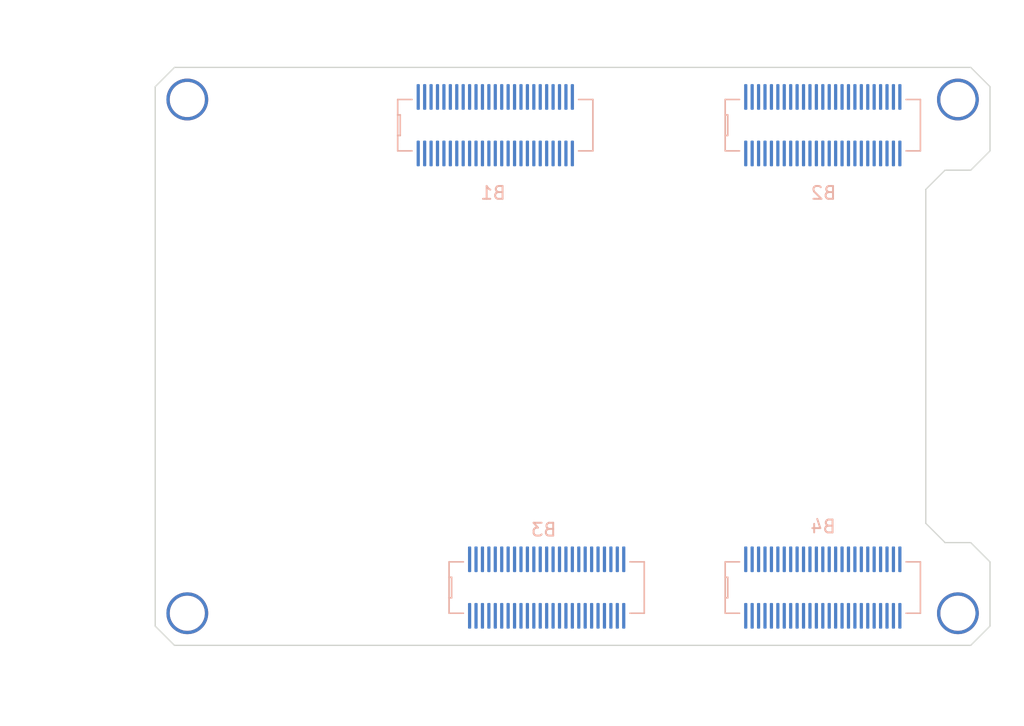
<source format=kicad_pcb>
(kicad_pcb (version 20240108) (generator "pcbnew") (generator_version "8.0")
  (title_block (rev "1"))
  (layers (0 "F.Cu" signal) (31 "B.Cu" signal) (34 "B.Paste" user) (35 "F.Paste" user) (36 "B.SilkS" user "B.Silkscreen") (37 "F.SilkS" user "F.Silkscreen") (38 "B.Mask" user) (39 "F.Mask" user) (44 "Edge.Cuts" user))
  (net 0 "")
  (net 1 "Net-(B1-PadB24)")
  (net 2 "Net-(B1-PadB33)")
  (net 3 "Net-(B1-PadB12)")
  (net 4 "Net-(B1-PadB11)")
  (net 5 "Net-(B1-PadB14)")
  (net 6 "Net-(B1-PadB15)")
  (net 7 "Net-(B1-PadB40)")
  (net 8 "GND")
  (net 9 "Net-(B1-PadB31)")
  (net 10 "Net-(B1-PadB23)")
  (net 11 "Net-(B1-PadB5)")
  (net 12 "Net-(B1-PadB36)")
  (net 13 "Net-(B1-PadB18)")
  (net 14 "Net-(B1-PadB17)")
  (net 15 "Net-(B1-PadB28)")
  (net 16 "Net-(B1-PadB27)")
  (net 17 "Net-(B1-PadB39)")
  (net 18 "Net-(B1-PadB30)")
  (net 19 "Net-(B1-PadB3)")
  (net 20 "Net-(B1-PadB46)")
  (net 21 "Net-(B1-PadB20)")
  (net 22 "Net-(B1-PadB21)")
  (net 23 "Net-(B1-PadB34)")
  (net 24 "Net-(B1-PadB2)")
  (net 25 "Net-(B1-PadB37)")
  (net 26 "Net-(B1-PadB9)")
  (net 27 "Net-(B1-PadB6)")
  (net 28 "Net-(B1-PadB42)")
  (net 29 "Net-(B1-PadB43)")
  (net 30 "Net-(B1-PadB48)")
  (net 31 "Net-(B1-PadB49)")
  (net 32 "Net-(B1-PadB45)")
  (net 33 "Net-(B1-PadB8)")
  (net 34 "+3V3")
  (net 35 "+5V")
  (net 36 "Net-(B2-PadB24)")
  (net 37 "Net-(B2-PadB33)")
  (net 38 "Net-(B2-PadB12)")
  (net 39 "Net-(B2-PadB11)")
  (net 40 "Net-(B2-PadB14)")
  (net 41 "Net-(B2-PadB15)")
  (net 42 "Net-(B2-PadB40)")
  (net 43 "Net-(B2-PadB31)")
  (net 44 "Net-(B2-PadB9)")
  (net 45 "Net-(B2-PadB23)")
  (net 46 "Net-(B2-PadB6)")
  (net 47 "Net-(B2-PadB5)")
  (net 48 "Net-(B2-PadB42)")
  (net 49 "Net-(B2-PadB43)")
  (net 50 "Net-(B2-PadB36)")
  (net 51 "Net-(B2-PadB18)")
  (net 52 "Net-(B2-PadB48)")
  (net 53 "Net-(B2-PadB49)")
  (net 54 "Net-(B2-PadB17)")
  (net 55 "Net-(B2-PadB28)")
  (net 56 "Net-(B2-PadB27)")
  (net 57 "Net-(B2-PadB39)")
  (net 58 "Net-(B2-PadB30)")
  (net 59 "Net-(B2-PadB3)")
  (net 60 "Net-(B2-PadB45)")
  (net 61 "Net-(B2-PadB46)")
  (net 62 "Net-(B2-PadB20)")
  (net 63 "Net-(B2-PadB21)")
  (net 64 "Net-(B2-PadB34)")
  (net 65 "Net-(B2-PadB8)")
  (net 66 "Net-(B2-PadB2)")
  (net 67 "Net-(B2-PadB37)")
  (net 68 "Net-(B3-PadB24)")
  (net 69 "Net-(B3-PadB33)")
  (net 70 "Net-(B3-PadB12)")
  (net 71 "Net-(B3-PadB11)")
  (net 72 "Net-(B3-PadB14)")
  (net 73 "Net-(B3-PadB15)")
  (net 74 "Net-(B3-PadB40)")
  (net 75 "Net-(B3-PadB31)")
  (net 76 "Net-(B3-PadB9)")
  (net 77 "Net-(B3-PadB23)")
  (net 78 "Net-(B3-PadB6)")
  (net 79 "Net-(B3-PadB5)")
  (net 80 "Net-(B3-PadB42)")
  (net 81 "Net-(B3-PadB43)")
  (net 82 "Net-(B3-PadB36)")
  (net 83 "Net-(B3-PadB18)")
  (net 84 "Net-(B3-PadB48)")
  (net 85 "Net-(B3-PadB49)")
  (net 86 "Net-(B3-PadB17)")
  (net 87 "Net-(B3-PadB28)")
  (net 88 "Net-(B3-PadB27)")
  (net 89 "Net-(B3-PadB39)")
  (net 90 "Net-(B3-PadB30)")
  (net 91 "Net-(B3-PadB3)")
  (net 92 "Net-(B3-PadB45)")
  (net 93 "Net-(B3-PadB46)")
  (net 94 "Net-(B3-PadB20)")
  (net 95 "Net-(B3-PadB21)")
  (net 96 "Net-(B3-PadB34)")
  (net 97 "Net-(B3-PadB8)")
  (net 98 "Net-(B3-PadB2)")
  (net 99 "Net-(B3-PadB37)")
  (net 100 "Net-(B4-PadB24)")
  (net 101 "Net-(B4-PadB33)")
  (net 102 "Net-(B4-PadB12)")
  (net 103 "Net-(B4-PadB11)")
  (net 104 "Net-(B4-PadB14)")
  (net 105 "Net-(B4-PadB15)")
  (net 106 "Net-(B4-PadB40)")
  (net 107 "Net-(B4-PadB31)")
  (net 108 "Net-(B4-PadB9)")
  (net 109 "Net-(B4-PadB23)")
  (net 110 "Net-(B4-PadB6)")
  (net 111 "Net-(B4-PadB5)")
  (net 112 "Net-(B4-PadB42)")
  (net 113 "Net-(B4-PadB43)")
  (net 114 "Net-(B4-PadB36)")
  (net 115 "Net-(B4-PadB18)")
  (net 116 "Net-(B4-PadB48)")
  (net 117 "Net-(B4-PadB49)")
  (net 118 "Net-(B4-PadB17)")
  (net 119 "Net-(B4-PadB28)")
  (net 120 "Net-(B4-PadB27)")
  (net 121 "Net-(B4-PadB39)")
  (net 122 "Net-(B4-PadB30)")
  (net 123 "Net-(B4-PadB3)")
  (net 124 "Net-(B4-PadB45)")
  (net 125 "Net-(B4-PadB46)")
  (net 126 "Net-(B4-PadB20)")
  (net 127 "Net-(B4-PadB21)")
  (net 128 "Net-(B4-PadB34)")
  (net 129 "Net-(B4-PadB8)")
  (net 130 "Net-(B4-PadB2)")
  (net 131 "Net-(B4-PadB1)")
  (net 132 "Net-(B4-PadB37)")
  (footprint "Alchitry_Au:2m2ThroughHole" (layer "F.Cu") (at 92.5 61)
    (property "Reference" "H2" (hide yes))
    (property "Value" "MountingHole")
    (fp_circle (center 0 0) (end 1.5 0) (stroke (width 0.254)) (fill none) (layer "F.Cu"))
    (fp_circle (center 0 0) (end 1.5 0) (stroke (width 0.254)) (fill none) (layer "B.Cu"))
    (pad "" np_thru_hole circle (at 0 0) (size 2.2 2.2) (drill 2.2) (layers "*.Cu" "*.Mask"))
  )
  (footprint "Alchitry_Au:2m2ThroughHole" (layer "F.Cu") (at 32.5 61)
    (property "Reference" "H4" (hide yes))
    (property "Value" "MountingHole")
    (fp_circle (center 0 0) (end 1.5 0) (stroke (width 0.254)) (fill none) (layer "F.Cu"))
    (fp_circle (center 0 0) (end 1.5 0) (stroke (width 0.254)) (fill none) (layer "B.Cu"))
    (pad "" np_thru_hole circle (at 0 0) (size 2.2 2.2) (drill 2.2) (layers "*.Cu" "*.Mask"))
  )
  (footprint "Alchitry_Au:2m2ThroughHole" (layer "F.Cu") (at 92.5 21)
    (property "Reference" "H3" (hide yes))
    (property "Value" "MountingHole")
    (fp_circle (center 0 0) (end 1.5 0) (stroke (width 0.254)) (fill none) (layer "F.Cu"))
    (fp_circle (center 0 0) (end 1.5 0) (stroke (width 0.254)) (fill none) (layer "B.Cu"))
    (pad "" np_thru_hole circle (at 0 0) (size 2.2 2.2) (drill 2.2) (layers "*.Cu" "*.Mask"))
  )
  (footprint "Alchitry_Au:Alchitry_Conn" (layer "F.Cu") (at 56.5 23)
    (property "Reference" "B1" (at -0.1929 5.2768 0) (layer "B.SilkS") (effects (justify mirror)))
    (property "Value" "Alchitry_Shield")
    (fp_line (start -7.62 -2) (end -6.5 -2) (stroke (width 0.12)) (layer "B.SilkS"))
    (fp_line (start -7.62 -0.8) (end -7.62 -2) (stroke (width 0.127)) (layer "B.SilkS"))
    (fp_line (start -7.62 -0.8) (end -7.42 -0.8) (stroke (width 0.127)) (layer "B.SilkS"))
    (fp_line (start -7.62 0.8) (end -7.62 -0.8) (stroke (width 0.127)) (layer "B.SilkS"))
    (fp_line (start -7.62 2) (end -7.62 0.8) (stroke (width 0.127)) (layer "B.SilkS"))
    (fp_line (start -7.62 2) (end -6.5 2) (stroke (width 0.12)) (layer "B.SilkS"))
    (fp_line (start -7.42 0.8) (end -7.62 0.8) (stroke (width 0.127)) (layer "B.SilkS"))
    (fp_line (start -7.42 0.8) (end -7.42 -0.8) (stroke (width 0.127)) (layer "B.SilkS"))
    (fp_line (start 6.46 -2) (end 7.58 -2) (stroke (width 0.12)) (layer "B.SilkS"))
    (fp_line (start 6.46 2) (end 7.58 2) (stroke (width 0.12)) (layer "B.SilkS"))
    (fp_line (start 7.58 -2) (end 7.58 2) (stroke (width 0.127)) (layer "B.SilkS"))
    (pad "" np_thru_hole circle (at -6.95 1.25) (size 0.6 0.6) (drill 0.6) (layers "*.Cu" "*.Mask"))
    (pad "" np_thru_hole circle (at 6.95 1.25) (size 0.6 0.6) (drill 0.6) (layers "*.Cu" "*.Mask"))
    (pad "B1" smd roundrect (at -6.02 2.2 90) (size 2 0.25) (layers "B.Cu" "B.Paste" "B.Mask") (net 35 "+5V"))
    (pad "B2" smd roundrect (at -5.52 2.2 90) (size 2 0.25) (layers "B.Cu" "B.Paste" "B.Mask") (net 24 "Net-(B1-PadB2)"))
    (pad "B3" smd roundrect (at -5.02 2.2 90) (size 2 0.25) (layers "B.Cu" "B.Paste" "B.Mask") (net 19 "Net-(B1-PadB3)"))
    (pad "B4" smd roundrect (at -4.52 2.2 90) (size 2 0.25) (layers "B.Cu" "B.Paste" "B.Mask") (net 8 "GND"))
    (pad "B5" smd roundrect (at -4.02 2.2 90) (size 2 0.25) (layers "B.Cu" "B.Paste" "B.Mask") (net 11 "Net-(B1-PadB5)"))
    (pad "B6" smd roundrect (at -3.52 2.2 90) (size 2 0.25) (layers "B.Cu" "B.Paste" "B.Mask") (net 27 "Net-(B1-PadB6)"))
    (pad "B7" smd roundrect (at -3.02 2.2 90) (size 2 0.25) (layers "B.Cu" "B.Paste" "B.Mask") (net 34 "+3V3"))
    (pad "B8" smd roundrect (at -2.52 2.2 90) (size 2 0.25) (layers "B.Cu" "B.Paste" "B.Mask") (net 33 "Net-(B1-PadB8)"))
    (pad "B9" smd roundrect (at -2.02 2.2 90) (size 2 0.25) (layers "B.Cu" "B.Paste" "B.Mask") (net 26 "Net-(B1-PadB9)"))
    (pad "B10" smd roundrect (at -1.52 2.2 90) (size 2 0.25) (layers "B.Cu" "B.Paste" "B.Mask") (net 8 "GND"))
    (pad "B11" smd roundrect (at -1.02 2.2 90) (size 2 0.25) (layers "B.Cu" "B.Paste" "B.Mask") (net 4 "Net-(B1-PadB11)"))
    (pad "B12" smd roundrect (at -0.52 2.2 90) (size 2 0.25) (layers "B.Cu" "B.Paste" "B.Mask") (net 3 "Net-(B1-PadB12)"))
    (pad "B13" smd roundrect (at -0.02 2.2 90) (size 2 0.25) (layers "B.Cu" "B.Paste" "B.Mask") (net 34 "+3V3"))
    (pad "B14" smd roundrect (at 0.48 2.2 90) (size 2 0.25) (layers "B.Cu" "B.Paste" "B.Mask") (net 5 "Net-(B1-PadB14)"))
    (pad "B15" smd roundrect (at 0.98 2.2 90) (size 2 0.25) (layers "B.Cu" "B.Paste" "B.Mask") (net 6 "Net-(B1-PadB15)"))
    (pad "B16" smd roundrect (at 1.48 2.2 90) (size 2 0.25) (layers "B.Cu" "B.Paste" "B.Mask") (net 8 "GND"))
    (pad "B17" smd roundrect (at 1.98 2.2 90) (size 2 0.25) (layers "B.Cu" "B.Paste" "B.Mask") (net 14 "Net-(B1-PadB17)"))
    (pad "B18" smd roundrect (at 2.48 2.2 90) (size 2 0.25) (layers "B.Cu" "B.Paste" "B.Mask") (net 13 "Net-(B1-PadB18)"))
    (pad "B19" smd roundrect (at 2.98 2.2 90) (size 2 0.25) (layers "B.Cu" "B.Paste" "B.Mask") (net 34 "+3V3"))
    (pad "B20" smd roundrect (at 3.48 2.2 90) (size 2 0.25) (layers "B.Cu" "B.Paste" "B.Mask") (net 21 "Net-(B1-PadB20)"))
    (pad "B21" smd roundrect (at 3.98 2.2 90) (size 2 0.25) (layers "B.Cu" "B.Paste" "B.Mask") (net 22 "Net-(B1-PadB21)"))
    (pad "B22" smd roundrect (at 4.48 2.2 90) (size 2 0.25) (layers "B.Cu" "B.Paste" "B.Mask") (net 8 "GND"))
    (pad "B23" smd roundrect (at 4.98 2.2 90) (size 2 0.25) (layers "B.Cu" "B.Paste" "B.Mask") (net 10 "Net-(B1-PadB23)"))
    (pad "B24" smd roundrect (at 5.48 2.2 90) (size 2 0.25) (layers "B.Cu" "B.Paste" "B.Mask") (net 1 "Net-(B1-PadB24)"))
    (pad "B25" smd roundrect (at 5.98 2.2 90) (size 2 0.25) (layers "B.Cu" "B.Paste" "B.Mask") (net 34 "+3V3"))
    (pad "B26" smd roundrect (at 5.98 -2.2 90) (size 2 0.25) (layers "B.Cu" "B.Paste" "B.Mask") (net 34 "+3V3"))
    (pad "B27" smd roundrect (at 5.48 -2.2 90) (size 2 0.25) (layers "B.Cu" "B.Paste" "B.Mask") (net 16 "Net-(B1-PadB27)"))
    (pad "B28" smd roundrect (at 4.98 -2.2 90) (size 2 0.25) (layers "B.Cu" "B.Paste" "B.Mask") (net 15 "Net-(B1-PadB28)"))
    (pad "B29" smd roundrect (at 4.48 -2.2 90) (size 2 0.25) (layers "B.Cu" "B.Paste" "B.Mask") (net 8 "GND"))
    (pad "B30" smd roundrect (at 3.98 -2.2 90) (size 2 0.25) (layers "B.Cu" "B.Paste" "B.Mask") (net 18 "Net-(B1-PadB30)"))
    (pad "B31" smd roundrect (at 3.48 -2.2 90) (size 2 0.25) (layers "B.Cu" "B.Paste" "B.Mask") (net 9 "Net-(B1-PadB31)"))
    (pad "B32" smd roundrect (at 2.98 -2.2 90) (size 2 0.25) (layers "B.Cu" "B.Paste" "B.Mask") (net 34 "+3V3"))
    (pad "B33" smd roundrect (at 2.48 -2.2 90) (size 2 0.25) (layers "B.Cu" "B.Paste" "B.Mask") (net 2 "Net-(B1-PadB33)"))
    (pad "B34" smd roundrect (at 1.98 -2.2 90) (size 2 0.25) (layers "B.Cu" "B.Paste" "B.Mask") (net 23 "Net-(B1-PadB34)"))
    (pad "B35" smd roundrect (at 1.48 -2.2 90) (size 2 0.25) (layers "B.Cu" "B.Paste" "B.Mask") (net 8 "GND"))
    (pad "B36" smd roundrect (at 0.98 -2.2 90) (size 2 0.25) (layers "B.Cu" "B.Paste" "B.Mask") (net 12 "Net-(B1-PadB36)"))
    (pad "B37" smd roundrect (at 0.48 -2.2 90) (size 2 0.25) (layers "B.Cu" "B.Paste" "B.Mask") (net 25 "Net-(B1-PadB37)"))
    (pad "B38" smd roundrect (at -0.02 -2.2 90) (size 2 0.25) (layers "B.Cu" "B.Paste" "B.Mask") (net 34 "+3V3"))
    (pad "B39" smd roundrect (at -0.52 -2.2 90) (size 2 0.25) (layers "B.Cu" "B.Paste" "B.Mask") (net 17 "Net-(B1-PadB39)"))
    (pad "B40" smd roundrect (at -1.02 -2.2 90) (size 2 0.25) (layers "B.Cu" "B.Paste" "B.Mask") (net 7 "Net-(B1-PadB40)"))
    (pad "B41" smd roundrect (at -1.52 -2.2 90) (size 2 0.25) (layers "B.Cu" "B.Paste" "B.Mask") (net 8 "GND"))
    (pad "B42" smd roundrect (at -2.02 -2.2 90) (size 2 0.25) (layers "B.Cu" "B.Paste" "B.Mask") (net 28 "Net-(B1-PadB42)"))
    (pad "B43" smd roundrect (at -2.52 -2.2 90) (size 2 0.25) (layers "B.Cu" "B.Paste" "B.Mask") (net 29 "Net-(B1-PadB43)"))
    (pad "B44" smd roundrect (at -3.02 -2.2 90) (size 2 0.25) (layers "B.Cu" "B.Paste" "B.Mask") (net 34 "+3V3"))
    (pad "B45" smd roundrect (at -3.52 -2.2 90) (size 2 0.25) (layers "B.Cu" "B.Paste" "B.Mask") (net 32 "Net-(B1-PadB45)"))
    (pad "B46" smd roundrect (at -4.02 -2.2 90) (size 2 0.25) (layers "B.Cu" "B.Paste" "B.Mask") (net 20 "Net-(B1-PadB46)"))
    (pad "B47" smd roundrect (at -4.52 -2.2 90) (size 2 0.25) (layers "B.Cu" "B.Paste" "B.Mask") (net 8 "GND"))
    (pad "B48" smd roundrect (at -5.02 -2.2 90) (size 2 0.25) (layers "B.Cu" "B.Paste" "B.Mask") (net 30 "Net-(B1-PadB48)"))
    (pad "B49" smd roundrect (at -5.52 -2.2 90) (size 2 0.25) (layers "B.Cu" "B.Paste" "B.Mask") (net 31 "Net-(B1-PadB49)"))
    (pad "B50" smd roundrect (at -6.02 -2.2 90) (size 2 0.25) (layers "B.Cu" "B.Paste" "B.Mask") (net 35 "+5V"))
  )
  (footprint "Alchitry_Au:2m2ThroughHole" (layer "F.Cu") (at 32.5 21)
    (property "Reference" "H1" (hide yes))
    (property "Value" "MountingHole")
    (fp_circle (center 0 0) (end 1.5 0) (stroke (width 0.254)) (fill none) (layer "F.Cu"))
    (fp_circle (center 0 0) (end 1.5 0) (stroke (width 0.254)) (fill none) (layer "B.Cu"))
    (pad "" np_thru_hole circle (at 0 0) (size 2.2 2.2) (drill 2.2) (layers "*.Cu" "*.Mask"))
  )
  (footprint "Alchitry_Au:Alchitry_Conn" (layer "F.Cu") (at 82 23)
    (property "Reference" "B2" (at 0.0373 5.2768 0) (layer "B.SilkS") (effects (justify mirror)))
    (property "Value" "Alchitry_Shield")
    (fp_line (start -7.62 -2) (end -6.5 -2) (stroke (width 0.12)) (layer "B.SilkS"))
    (fp_line (start -7.62 -0.8) (end -7.62 -2) (stroke (width 0.127)) (layer "B.SilkS"))
    (fp_line (start -7.62 -0.8) (end -7.42 -0.8) (stroke (width 0.127)) (layer "B.SilkS"))
    (fp_line (start -7.62 0.8) (end -7.62 -0.8) (stroke (width 0.127)) (layer "B.SilkS"))
    (fp_line (start -7.62 2) (end -7.62 0.8) (stroke (width 0.127)) (layer "B.SilkS"))
    (fp_line (start -7.62 2) (end -6.5 2) (stroke (width 0.12)) (layer "B.SilkS"))
    (fp_line (start -7.42 0.8) (end -7.62 0.8) (stroke (width 0.127)) (layer "B.SilkS"))
    (fp_line (start -7.42 0.8) (end -7.42 -0.8) (stroke (width 0.127)) (layer "B.SilkS"))
    (fp_line (start 6.46 -2) (end 7.58 -2) (stroke (width 0.12)) (layer "B.SilkS"))
    (fp_line (start 6.46 2) (end 7.58 2) (stroke (width 0.12)) (layer "B.SilkS"))
    (fp_line (start 7.58 -2) (end 7.58 2) (stroke (width 0.127)) (layer "B.SilkS"))
    (pad "" np_thru_hole circle (at -6.95 1.25) (size 0.6 0.6) (drill 0.6) (layers "*.Cu" "*.Mask"))
    (pad "" np_thru_hole circle (at 6.95 1.25) (size 0.6 0.6) (drill 0.6) (layers "*.Cu" "*.Mask"))
    (pad "B1" smd roundrect (at -6.02 2.2 90) (size 2 0.25) (layers "B.Cu" "B.Paste" "B.Mask") (net 35 "+5V"))
    (pad "B2" smd roundrect (at -5.52 2.2 90) (size 2 0.25) (layers "B.Cu" "B.Paste" "B.Mask") (net 66 "Net-(B2-PadB2)"))
    (pad "B3" smd roundrect (at -5.02 2.2 90) (size 2 0.25) (layers "B.Cu" "B.Paste" "B.Mask") (net 59 "Net-(B2-PadB3)"))
    (pad "B4" smd roundrect (at -4.52 2.2 90) (size 2 0.25) (layers "B.Cu" "B.Paste" "B.Mask") (net 8 "GND"))
    (pad "B5" smd roundrect (at -4.02 2.2 90) (size 2 0.25) (layers "B.Cu" "B.Paste" "B.Mask") (net 47 "Net-(B2-PadB5)"))
    (pad "B6" smd roundrect (at -3.52 2.2 90) (size 2 0.25) (layers "B.Cu" "B.Paste" "B.Mask") (net 46 "Net-(B2-PadB6)"))
    (pad "B7" smd roundrect (at -3.02 2.2 90) (size 2 0.25) (layers "B.Cu" "B.Paste" "B.Mask") (net 34 "+3V3"))
    (pad "B8" smd roundrect (at -2.52 2.2 90) (size 2 0.25) (layers "B.Cu" "B.Paste" "B.Mask") (net 65 "Net-(B2-PadB8)"))
    (pad "B9" smd roundrect (at -2.02 2.2 90) (size 2 0.25) (layers "B.Cu" "B.Paste" "B.Mask") (net 44 "Net-(B2-PadB9)"))
    (pad "B10" smd roundrect (at -1.52 2.2 90) (size 2 0.25) (layers "B.Cu" "B.Paste" "B.Mask") (net 8 "GND"))
    (pad "B11" smd roundrect (at -1.02 2.2 90) (size 2 0.25) (layers "B.Cu" "B.Paste" "B.Mask") (net 39 "Net-(B2-PadB11)"))
    (pad "B12" smd roundrect (at -0.52 2.2 90) (size 2 0.25) (layers "B.Cu" "B.Paste" "B.Mask") (net 38 "Net-(B2-PadB12)"))
    (pad "B13" smd roundrect (at -0.02 2.2 90) (size 2 0.25) (layers "B.Cu" "B.Paste" "B.Mask") (net 34 "+3V3"))
    (pad "B14" smd roundrect (at 0.48 2.2 90) (size 2 0.25) (layers "B.Cu" "B.Paste" "B.Mask") (net 40 "Net-(B2-PadB14)"))
    (pad "B15" smd roundrect (at 0.98 2.2 90) (size 2 0.25) (layers "B.Cu" "B.Paste" "B.Mask") (net 41 "Net-(B2-PadB15)"))
    (pad "B16" smd roundrect (at 1.48 2.2 90) (size 2 0.25) (layers "B.Cu" "B.Paste" "B.Mask") (net 8 "GND"))
    (pad "B17" smd roundrect (at 1.98 2.2 90) (size 2 0.25) (layers "B.Cu" "B.Paste" "B.Mask") (net 54 "Net-(B2-PadB17)"))
    (pad "B18" smd roundrect (at 2.48 2.2 90) (size 2 0.25) (layers "B.Cu" "B.Paste" "B.Mask") (net 51 "Net-(B2-PadB18)"))
    (pad "B19" smd roundrect (at 2.98 2.2 90) (size 2 0.25) (layers "B.Cu" "B.Paste" "B.Mask") (net 34 "+3V3"))
    (pad "B20" smd roundrect (at 3.48 2.2 90) (size 2 0.25) (layers "B.Cu" "B.Paste" "B.Mask") (net 62 "Net-(B2-PadB20)"))
    (pad "B21" smd roundrect (at 3.98 2.2 90) (size 2 0.25) (layers "B.Cu" "B.Paste" "B.Mask") (net 63 "Net-(B2-PadB21)"))
    (pad "B22" smd roundrect (at 4.48 2.2 90) (size 2 0.25) (layers "B.Cu" "B.Paste" "B.Mask") (net 8 "GND"))
    (pad "B23" smd roundrect (at 4.98 2.2 90) (size 2 0.25) (layers "B.Cu" "B.Paste" "B.Mask") (net 45 "Net-(B2-PadB23)"))
    (pad "B24" smd roundrect (at 5.48 2.2 90) (size 2 0.25) (layers "B.Cu" "B.Paste" "B.Mask") (net 36 "Net-(B2-PadB24)"))
    (pad "B25" smd roundrect (at 5.98 2.2 90) (size 2 0.25) (layers "B.Cu" "B.Paste" "B.Mask") (net 34 "+3V3"))
    (pad "B26" smd roundrect (at 5.98 -2.2 90) (size 2 0.25) (layers "B.Cu" "B.Paste" "B.Mask") (net 34 "+3V3"))
    (pad "B27" smd roundrect (at 5.48 -2.2 90) (size 2 0.25) (layers "B.Cu" "B.Paste" "B.Mask") (net 56 "Net-(B2-PadB27)"))
    (pad "B28" smd roundrect (at 4.98 -2.2 90) (size 2 0.25) (layers "B.Cu" "B.Paste" "B.Mask") (net 55 "Net-(B2-PadB28)"))
    (pad "B29" smd roundrect (at 4.48 -2.2 90) (size 2 0.25) (layers "B.Cu" "B.Paste" "B.Mask") (net 8 "GND"))
    (pad "B30" smd roundrect (at 3.98 -2.2 90) (size 2 0.25) (layers "B.Cu" "B.Paste" "B.Mask") (net 58 "Net-(B2-PadB30)"))
    (pad "B31" smd roundrect (at 3.48 -2.2 90) (size 2 0.25) (layers "B.Cu" "B.Paste" "B.Mask") (net 43 "Net-(B2-PadB31)"))
    (pad "B32" smd roundrect (at 2.98 -2.2 90) (size 2 0.25) (layers "B.Cu" "B.Paste" "B.Mask") (net 34 "+3V3"))
    (pad "B33" smd roundrect (at 2.48 -2.2 90) (size 2 0.25) (layers "B.Cu" "B.Paste" "B.Mask") (net 37 "Net-(B2-PadB33)"))
    (pad "B34" smd roundrect (at 1.98 -2.2 90) (size 2 0.25) (layers "B.Cu" "B.Paste" "B.Mask") (net 64 "Net-(B2-PadB34)"))
    (pad "B35" smd roundrect (at 1.48 -2.2 90) (size 2 0.25) (layers "B.Cu" "B.Paste" "B.Mask") (net 8 "GND"))
    (pad "B36" smd roundrect (at 0.98 -2.2 90) (size 2 0.25) (layers "B.Cu" "B.Paste" "B.Mask") (net 50 "Net-(B2-PadB36)"))
    (pad "B37" smd roundrect (at 0.48 -2.2 90) (size 2 0.25) (layers "B.Cu" "B.Paste" "B.Mask") (net 67 "Net-(B2-PadB37)"))
    (pad "B38" smd roundrect (at -0.02 -2.2 90) (size 2 0.25) (layers "B.Cu" "B.Paste" "B.Mask") (net 34 "+3V3"))
    (pad "B39" smd roundrect (at -0.52 -2.2 90) (size 2 0.25) (layers "B.Cu" "B.Paste" "B.Mask") (net 57 "Net-(B2-PadB39)"))
    (pad "B40" smd roundrect (at -1.02 -2.2 90) (size 2 0.25) (layers "B.Cu" "B.Paste" "B.Mask") (net 42 "Net-(B2-PadB40)"))
    (pad "B41" smd roundrect (at -1.52 -2.2 90) (size 2 0.25) (layers "B.Cu" "B.Paste" "B.Mask") (net 8 "GND"))
    (pad "B42" smd roundrect (at -2.02 -2.2 90) (size 2 0.25) (layers "B.Cu" "B.Paste" "B.Mask") (net 48 "Net-(B2-PadB42)"))
    (pad "B43" smd roundrect (at -2.52 -2.2 90) (size 2 0.25) (layers "B.Cu" "B.Paste" "B.Mask") (net 49 "Net-(B2-PadB43)"))
    (pad "B44" smd roundrect (at -3.02 -2.2 90) (size 2 0.25) (layers "B.Cu" "B.Paste" "B.Mask") (net 34 "+3V3"))
    (pad "B45" smd roundrect (at -3.52 -2.2 90) (size 2 0.25) (layers "B.Cu" "B.Paste" "B.Mask") (net 60 "Net-(B2-PadB45)"))
    (pad "B46" smd roundrect (at -4.02 -2.2 90) (size 2 0.25) (layers "B.Cu" "B.Paste" "B.Mask") (net 61 "Net-(B2-PadB46)"))
    (pad "B47" smd roundrect (at -4.52 -2.2 90) (size 2 0.25) (layers "B.Cu" "B.Paste" "B.Mask") (net 8 "GND"))
    (pad "B48" smd roundrect (at -5.02 -2.2 90) (size 2 0.25) (layers "B.Cu" "B.Paste" "B.Mask") (net 52 "Net-(B2-PadB48)"))
    (pad "B49" smd roundrect (at -5.52 -2.2 90) (size 2 0.25) (layers "B.Cu" "B.Paste" "B.Mask") (net 53 "Net-(B2-PadB49)"))
    (pad "B50" smd roundrect (at -6.02 -2.2 90) (size 2 0.25) (layers "B.Cu" "B.Paste" "B.Mask") (net 35 "+5V"))
  )
  (footprint "Alchitry_Au:Alchitry_Conn" (layer "F.Cu") (at 60.5 59)
    (property "Reference" "B3" (at -0.25 -4.5 0) (layer "B.SilkS") (effects (justify mirror)))
    (property "Value" "Alchitry_Shield")
    (fp_line (start -7.62 -2) (end -6.5 -2) (stroke (width 0.12)) (layer "B.SilkS"))
    (fp_line (start -7.62 -0.8) (end -7.62 -2) (stroke (width 0.127)) (layer "B.SilkS"))
    (fp_line (start -7.62 -0.8) (end -7.42 -0.8) (stroke (width 0.127)) (layer "B.SilkS"))
    (fp_line (start -7.62 0.8) (end -7.62 -0.8) (stroke (width 0.127)) (layer "B.SilkS"))
    (fp_line (start -7.62 2) (end -7.62 0.8) (stroke (width 0.127)) (layer "B.SilkS"))
    (fp_line (start -7.62 2) (end -6.5 2) (stroke (width 0.12)) (layer "B.SilkS"))
    (fp_line (start -7.42 0.8) (end -7.62 0.8) (stroke (width 0.127)) (layer "B.SilkS"))
    (fp_line (start -7.42 0.8) (end -7.42 -0.8) (stroke (width 0.127)) (layer "B.SilkS"))
    (fp_line (start 6.46 -2) (end 7.58 -2) (stroke (width 0.12)) (layer "B.SilkS"))
    (fp_line (start 6.46 2) (end 7.58 2) (stroke (width 0.12)) (layer "B.SilkS"))
    (fp_line (start 7.58 -2) (end 7.58 2) (stroke (width 0.127)) (layer "B.SilkS"))
    (pad "" np_thru_hole circle (at -6.95 1.25) (size 0.6 0.6) (drill 0.6) (layers "*.Cu" "*.Mask"))
    (pad "" np_thru_hole circle (at 6.95 1.25) (size 0.6 0.6) (drill 0.6) (layers "*.Cu" "*.Mask"))
    (pad "B1" smd roundrect (at -6.02 2.2 90) (size 2 0.25) (layers "B.Cu" "B.Paste" "B.Mask") (net 35 "+5V"))
    (pad "B2" smd roundrect (at -5.52 2.2 90) (size 2 0.25) (layers "B.Cu" "B.Paste" "B.Mask") (net 98 "Net-(B3-PadB2)"))
    (pad "B3" smd roundrect (at -5.02 2.2 90) (size 2 0.25) (layers "B.Cu" "B.Paste" "B.Mask") (net 91 "Net-(B3-PadB3)"))
    (pad "B4" smd roundrect (at -4.52 2.2 90) (size 2 0.25) (layers "B.Cu" "B.Paste" "B.Mask") (net 8 "GND"))
    (pad "B5" smd roundrect (at -4.02 2.2 90) (size 2 0.25) (layers "B.Cu" "B.Paste" "B.Mask") (net 79 "Net-(B3-PadB5)"))
    (pad "B6" smd roundrect (at -3.52 2.2 90) (size 2 0.25) (layers "B.Cu" "B.Paste" "B.Mask") (net 78 "Net-(B3-PadB6)"))
    (pad "B7" smd roundrect (at -3.02 2.2 90) (size 2 0.25) (layers "B.Cu" "B.Paste" "B.Mask") (net 34 "+3V3"))
    (pad "B8" smd roundrect (at -2.52 2.2 90) (size 2 0.25) (layers "B.Cu" "B.Paste" "B.Mask") (net 97 "Net-(B3-PadB8)"))
    (pad "B9" smd roundrect (at -2.02 2.2 90) (size 2 0.25) (layers "B.Cu" "B.Paste" "B.Mask") (net 76 "Net-(B3-PadB9)"))
    (pad "B10" smd roundrect (at -1.52 2.2 90) (size 2 0.25) (layers "B.Cu" "B.Paste" "B.Mask") (net 8 "GND"))
    (pad "B11" smd roundrect (at -1.02 2.2 90) (size 2 0.25) (layers "B.Cu" "B.Paste" "B.Mask") (net 71 "Net-(B3-PadB11)"))
    (pad "B12" smd roundrect (at -0.52 2.2 90) (size 2 0.25) (layers "B.Cu" "B.Paste" "B.Mask") (net 70 "Net-(B3-PadB12)"))
    (pad "B13" smd roundrect (at -0.02 2.2 90) (size 2 0.25) (layers "B.Cu" "B.Paste" "B.Mask") (net 34 "+3V3"))
    (pad "B14" smd roundrect (at 0.48 2.2 90) (size 2 0.25) (layers "B.Cu" "B.Paste" "B.Mask") (net 72 "Net-(B3-PadB14)"))
    (pad "B15" smd roundrect (at 0.98 2.2 90) (size 2 0.25) (layers "B.Cu" "B.Paste" "B.Mask") (net 73 "Net-(B3-PadB15)"))
    (pad "B16" smd roundrect (at 1.48 2.2 90) (size 2 0.25) (layers "B.Cu" "B.Paste" "B.Mask") (net 8 "GND"))
    (pad "B17" smd roundrect (at 1.98 2.2 90) (size 2 0.25) (layers "B.Cu" "B.Paste" "B.Mask") (net 86 "Net-(B3-PadB17)"))
    (pad "B18" smd roundrect (at 2.48 2.2 90) (size 2 0.25) (layers "B.Cu" "B.Paste" "B.Mask") (net 83 "Net-(B3-PadB18)"))
    (pad "B19" smd roundrect (at 2.98 2.2 90) (size 2 0.25) (layers "B.Cu" "B.Paste" "B.Mask") (net 34 "+3V3"))
    (pad "B20" smd roundrect (at 3.48 2.2 90) (size 2 0.25) (layers "B.Cu" "B.Paste" "B.Mask") (net 94 "Net-(B3-PadB20)"))
    (pad "B21" smd roundrect (at 3.98 2.2 90) (size 2 0.25) (layers "B.Cu" "B.Paste" "B.Mask") (net 95 "Net-(B3-PadB21)"))
    (pad "B22" smd roundrect (at 4.48 2.2 90) (size 2 0.25) (layers "B.Cu" "B.Paste" "B.Mask") (net 8 "GND"))
    (pad "B23" smd roundrect (at 4.98 2.2 90) (size 2 0.25) (layers "B.Cu" "B.Paste" "B.Mask") (net 77 "Net-(B3-PadB23)"))
    (pad "B24" smd roundrect (at 5.48 2.2 90) (size 2 0.25) (layers "B.Cu" "B.Paste" "B.Mask") (net 68 "Net-(B3-PadB24)"))
    (pad "B25" smd roundrect (at 5.98 2.2 90) (size 2 0.25) (layers "B.Cu" "B.Paste" "B.Mask") (net 34 "+3V3"))
    (pad "B26" smd roundrect (at 5.98 -2.2 90) (size 2 0.25) (layers "B.Cu" "B.Paste" "B.Mask") (net 34 "+3V3"))
    (pad "B27" smd roundrect (at 5.48 -2.2 90) (size 2 0.25) (layers "B.Cu" "B.Paste" "B.Mask") (net 88 "Net-(B3-PadB27)"))
    (pad "B28" smd roundrect (at 4.98 -2.2 90) (size 2 0.25) (layers "B.Cu" "B.Paste" "B.Mask") (net 87 "Net-(B3-PadB28)"))
    (pad "B29" smd roundrect (at 4.48 -2.2 90) (size 2 0.25) (layers "B.Cu" "B.Paste" "B.Mask") (net 8 "GND"))
    (pad "B30" smd roundrect (at 3.98 -2.2 90) (size 2 0.25) (layers "B.Cu" "B.Paste" "B.Mask") (net 90 "Net-(B3-PadB30)"))
    (pad "B31" smd roundrect (at 3.48 -2.2 90) (size 2 0.25) (layers "B.Cu" "B.Paste" "B.Mask") (net 75 "Net-(B3-PadB31)"))
    (pad "B32" smd roundrect (at 2.98 -2.2 90) (size 2 0.25) (layers "B.Cu" "B.Paste" "B.Mask") (net 34 "+3V3"))
    (pad "B33" smd roundrect (at 2.48 -2.2 90) (size 2 0.25) (layers "B.Cu" "B.Paste" "B.Mask") (net 69 "Net-(B3-PadB33)"))
    (pad "B34" smd roundrect (at 1.98 -2.2 90) (size 2 0.25) (layers "B.Cu" "B.Paste" "B.Mask") (net 96 "Net-(B3-PadB34)"))
    (pad "B35" smd roundrect (at 1.48 -2.2 90) (size 2 0.25) (layers "B.Cu" "B.Paste" "B.Mask") (net 8 "GND"))
    (pad "B36" smd roundrect (at 0.98 -2.2 90) (size 2 0.25) (layers "B.Cu" "B.Paste" "B.Mask") (net 82 "Net-(B3-PadB36)"))
    (pad "B37" smd roundrect (at 0.48 -2.2 90) (size 2 0.25) (layers "B.Cu" "B.Paste" "B.Mask") (net 99 "Net-(B3-PadB37)"))
    (pad "B38" smd roundrect (at -0.02 -2.2 90) (size 2 0.25) (layers "B.Cu" "B.Paste" "B.Mask") (net 34 "+3V3"))
    (pad "B39" smd roundrect (at -0.52 -2.2 90) (size 2 0.25) (layers "B.Cu" "B.Paste" "B.Mask") (net 89 "Net-(B3-PadB39)"))
    (pad "B40" smd roundrect (at -1.02 -2.2 90) (size 2 0.25) (layers "B.Cu" "B.Paste" "B.Mask") (net 74 "Net-(B3-PadB40)"))
    (pad "B41" smd roundrect (at -1.52 -2.2 90) (size 2 0.25) (layers "B.Cu" "B.Paste" "B.Mask") (net 8 "GND"))
    (pad "B42" smd roundrect (at -2.02 -2.2 90) (size 2 0.25) (layers "B.Cu" "B.Paste" "B.Mask") (net 80 "Net-(B3-PadB42)"))
    (pad "B43" smd roundrect (at -2.52 -2.2 90) (size 2 0.25) (layers "B.Cu" "B.Paste" "B.Mask") (net 81 "Net-(B3-PadB43)"))
    (pad "B44" smd roundrect (at -3.02 -2.2 90) (size 2 0.25) (layers "B.Cu" "B.Paste" "B.Mask") (net 34 "+3V3"))
    (pad "B45" smd roundrect (at -3.52 -2.2 90) (size 2 0.25) (layers "B.Cu" "B.Paste" "B.Mask") (net 92 "Net-(B3-PadB45)"))
    (pad "B46" smd roundrect (at -4.02 -2.2 90) (size 2 0.25) (layers "B.Cu" "B.Paste" "B.Mask") (net 93 "Net-(B3-PadB46)"))
    (pad "B47" smd roundrect (at -4.52 -2.2 90) (size 2 0.25) (layers "B.Cu" "B.Paste" "B.Mask") (net 8 "GND"))
    (pad "B48" smd roundrect (at -5.02 -2.2 90) (size 2 0.25) (layers "B.Cu" "B.Paste" "B.Mask") (net 84 "Net-(B3-PadB48)"))
    (pad "B49" smd roundrect (at -5.52 -2.2 90) (size 2 0.25) (layers "B.Cu" "B.Paste" "B.Mask") (net 85 "Net-(B3-PadB49)"))
    (pad "B50" smd roundrect (at -6.02 -2.2 90) (size 2 0.25) (layers "B.Cu" "B.Paste" "B.Mask") (net 35 "+5V"))
  )
  (footprint "Alchitry_Au:Alchitry_Conn" (layer "F.Cu") (at 82 59)
    (property "Reference" "B4" (at 0 -4.75 0) (layer "B.SilkS") (effects (justify mirror)))
    (property "Value" "Alchitry_Shield")
    (fp_line (start -7.62 -2) (end -6.5 -2) (stroke (width 0.12)) (layer "B.SilkS"))
    (fp_line (start -7.62 -0.8) (end -7.62 -2) (stroke (width 0.127)) (layer "B.SilkS"))
    (fp_line (start -7.62 -0.8) (end -7.42 -0.8) (stroke (width 0.127)) (layer "B.SilkS"))
    (fp_line (start -7.62 0.8) (end -7.62 -0.8) (stroke (width 0.127)) (layer "B.SilkS"))
    (fp_line (start -7.62 2) (end -7.62 0.8) (stroke (width 0.127)) (layer "B.SilkS"))
    (fp_line (start -7.62 2) (end -6.5 2) (stroke (width 0.12)) (layer "B.SilkS"))
    (fp_line (start -7.42 0.8) (end -7.62 0.8) (stroke (width 0.127)) (layer "B.SilkS"))
    (fp_line (start -7.42 0.8) (end -7.42 -0.8) (stroke (width 0.127)) (layer "B.SilkS"))
    (fp_line (start 6.46 -2) (end 7.58 -2) (stroke (width 0.12)) (layer "B.SilkS"))
    (fp_line (start 6.46 2) (end 7.58 2) (stroke (width 0.12)) (layer "B.SilkS"))
    (fp_line (start 7.58 -2) (end 7.58 2) (stroke (width 0.127)) (layer "B.SilkS"))
    (pad "" np_thru_hole circle (at -6.95 1.25) (size 0.6 0.6) (drill 0.6) (layers "*.Cu" "*.Mask"))
    (pad "" np_thru_hole circle (at 6.95 1.25) (size 0.6 0.6) (drill 0.6) (layers "*.Cu" "*.Mask"))
    (pad "B1" smd roundrect (at -6.02 2.2 90) (size 2 0.25) (layers "B.Cu" "B.Paste" "B.Mask") (net 131 "Net-(B4-PadB1)"))
    (pad "B2" smd roundrect (at -5.52 2.2 90) (size 2 0.25) (layers "B.Cu" "B.Paste" "B.Mask") (net 130 "Net-(B4-PadB2)"))
    (pad "B3" smd roundrect (at -5.02 2.2 90) (size 2 0.25) (layers "B.Cu" "B.Paste" "B.Mask") (net 123 "Net-(B4-PadB3)"))
    (pad "B4" smd roundrect (at -4.52 2.2 90) (size 2 0.25) (layers "B.Cu" "B.Paste" "B.Mask") (net 8 "GND"))
    (pad "B5" smd roundrect (at -4.02 2.2 90) (size 2 0.25) (layers "B.Cu" "B.Paste" "B.Mask") (net 111 "Net-(B4-PadB5)"))
    (pad "B6" smd roundrect (at -3.52 2.2 90) (size 2 0.25) (layers "B.Cu" "B.Paste" "B.Mask") (net 110 "Net-(B4-PadB6)"))
    (pad "B7" smd roundrect (at -3.02 2.2 90) (size 2 0.25) (layers "B.Cu" "B.Paste" "B.Mask") (net 34 "+3V3"))
    (pad "B8" smd roundrect (at -2.52 2.2 90) (size 2 0.25) (layers "B.Cu" "B.Paste" "B.Mask") (net 129 "Net-(B4-PadB8)"))
    (pad "B9" smd roundrect (at -2.02 2.2 90) (size 2 0.25) (layers "B.Cu" "B.Paste" "B.Mask") (net 108 "Net-(B4-PadB9)"))
    (pad "B10" smd roundrect (at -1.52 2.2 90) (size 2 0.25) (layers "B.Cu" "B.Paste" "B.Mask") (net 8 "GND"))
    (pad "B11" smd roundrect (at -1.02 2.2 90) (size 2 0.25) (layers "B.Cu" "B.Paste" "B.Mask") (net 103 "Net-(B4-PadB11)"))
    (pad "B12" smd roundrect (at -0.52 2.2 90) (size 2 0.25) (layers "B.Cu" "B.Paste" "B.Mask") (net 102 "Net-(B4-PadB12)"))
    (pad "B13" smd roundrect (at -0.02 2.2 90) (size 2 0.25) (layers "B.Cu" "B.Paste" "B.Mask") (net 34 "+3V3"))
    (pad "B14" smd roundrect (at 0.48 2.2 90) (size 2 0.25) (layers "B.Cu" "B.Paste" "B.Mask") (net 104 "Net-(B4-PadB14)"))
    (pad "B15" smd roundrect (at 0.98 2.2 90) (size 2 0.25) (layers "B.Cu" "B.Paste" "B.Mask") (net 105 "Net-(B4-PadB15)"))
    (pad "B16" smd roundrect (at 1.48 2.2 90) (size 2 0.25) (layers "B.Cu" "B.Paste" "B.Mask") (net 8 "GND"))
    (pad "B17" smd roundrect (at 1.98 2.2 90) (size 2 0.25) (layers "B.Cu" "B.Paste" "B.Mask") (net 118 "Net-(B4-PadB17)"))
    (pad "B18" smd roundrect (at 2.48 2.2 90) (size 2 0.25) (layers "B.Cu" "B.Paste" "B.Mask") (net 115 "Net-(B4-PadB18)"))
    (pad "B19" smd roundrect (at 2.98 2.2 90) (size 2 0.25) (layers "B.Cu" "B.Paste" "B.Mask") (net 34 "+3V3"))
    (pad "B20" smd roundrect (at 3.48 2.2 90) (size 2 0.25) (layers "B.Cu" "B.Paste" "B.Mask") (net 126 "Net-(B4-PadB20)"))
    (pad "B21" smd roundrect (at 3.98 2.2 90) (size 2 0.25) (layers "B.Cu" "B.Paste" "B.Mask") (net 127 "Net-(B4-PadB21)"))
    (pad "B22" smd roundrect (at 4.48 2.2 90) (size 2 0.25) (layers "B.Cu" "B.Paste" "B.Mask") (net 8 "GND"))
    (pad "B23" smd roundrect (at 4.98 2.2 90) (size 2 0.25) (layers "B.Cu" "B.Paste" "B.Mask") (net 109 "Net-(B4-PadB23)"))
    (pad "B24" smd roundrect (at 5.48 2.2 90) (size 2 0.25) (layers "B.Cu" "B.Paste" "B.Mask") (net 100 "Net-(B4-PadB24)"))
    (pad "B25" smd roundrect (at 5.98 2.2 90) (size 2 0.25) (layers "B.Cu" "B.Paste" "B.Mask") (net 34 "+3V3"))
    (pad "B26" smd roundrect (at 5.98 -2.2 90) (size 2 0.25) (layers "B.Cu" "B.Paste" "B.Mask") (net 34 "+3V3"))
    (pad "B27" smd roundrect (at 5.48 -2.2 90) (size 2 0.25) (layers "B.Cu" "B.Paste" "B.Mask") (net 120 "Net-(B4-PadB27)"))
    (pad "B28" smd roundrect (at 4.98 -2.2 90) (size 2 0.25) (layers "B.Cu" "B.Paste" "B.Mask") (net 119 "Net-(B4-PadB28)"))
    (pad "B29" smd roundrect (at 4.48 -2.2 90) (size 2 0.25) (layers "B.Cu" "B.Paste" "B.Mask") (net 8 "GND"))
    (pad "B30" smd roundrect (at 3.98 -2.2 90) (size 2 0.25) (layers "B.Cu" "B.Paste" "B.Mask") (net 122 "Net-(B4-PadB30)"))
    (pad "B31" smd roundrect (at 3.48 -2.2 90) (size 2 0.25) (layers "B.Cu" "B.Paste" "B.Mask") (net 107 "Net-(B4-PadB31)"))
    (pad "B32" smd roundrect (at 2.98 -2.2 90) (size 2 0.25) (layers "B.Cu" "B.Paste" "B.Mask") (net 34 "+3V3"))
    (pad "B33" smd roundrect (at 2.48 -2.2 90) (size 2 0.25) (layers "B.Cu" "B.Paste" "B.Mask") (net 101 "Net-(B4-PadB33)"))
    (pad "B34" smd roundrect (at 1.98 -2.2 90) (size 2 0.25) (layers "B.Cu" "B.Paste" "B.Mask") (net 128 "Net-(B4-PadB34)"))
    (pad "B35" smd roundrect (at 1.48 -2.2 90) (size 2 0.25) (layers "B.Cu" "B.Paste" "B.Mask") (net 8 "GND"))
    (pad "B36" smd roundrect (at 0.98 -2.2 90) (size 2 0.25) (layers "B.Cu" "B.Paste" "B.Mask") (net 114 "Net-(B4-PadB36)"))
    (pad "B37" smd roundrect (at 0.48 -2.2 90) (size 2 0.25) (layers "B.Cu" "B.Paste" "B.Mask") (net 132 "Net-(B4-PadB37)"))
    (pad "B38" smd roundrect (at -0.02 -2.2 90) (size 2 0.25) (layers "B.Cu" "B.Paste" "B.Mask") (net 34 "+3V3"))
    (pad "B39" smd roundrect (at -0.52 -2.2 90) (size 2 0.25) (layers "B.Cu" "B.Paste" "B.Mask") (net 121 "Net-(B4-PadB39)"))
    (pad "B40" smd roundrect (at -1.02 -2.2 90) (size 2 0.25) (layers "B.Cu" "B.Paste" "B.Mask") (net 106 "Net-(B4-PadB40)"))
    (pad "B41" smd roundrect (at -1.52 -2.2 90) (size 2 0.25) (layers "B.Cu" "B.Paste" "B.Mask") (net 8 "GND"))
    (pad "B42" smd roundrect (at -2.02 -2.2 90) (size 2 0.25) (layers "B.Cu" "B.Paste" "B.Mask") (net 112 "Net-(B4-PadB42)"))
    (pad "B43" smd roundrect (at -2.52 -2.2 90) (size 2 0.25) (layers "B.Cu" "B.Paste" "B.Mask") (net 113 "Net-(B4-PadB43)"))
    (pad "B44" smd roundrect (at -3.02 -2.2 90) (size 2 0.25) (layers "B.Cu" "B.Paste" "B.Mask") (net 34 "+3V3"))
    (pad "B45" smd roundrect (at -3.52 -2.2 90) (size 2 0.25) (layers "B.Cu" "B.Paste" "B.Mask") (net 124 "Net-(B4-PadB45)"))
    (pad "B46" smd roundrect (at -4.02 -2.2 90) (size 2 0.25) (layers "B.Cu" "B.Paste" "B.Mask") (net 125 "Net-(B4-PadB46)"))
    (pad "B47" smd roundrect (at -4.52 -2.2 90) (size 2 0.25) (layers "B.Cu" "B.Paste" "B.Mask") (net 8 "GND"))
    (pad "B48" smd roundrect (at -5.02 -2.2 90) (size 2 0.25) (layers "B.Cu" "B.Paste" "B.Mask") (net 116 "Net-(B4-PadB48)"))
    (pad "B49" smd roundrect (at -5.52 -2.2 90) (size 2 0.25) (layers "B.Cu" "B.Paste" "B.Mask") (net 117 "Net-(B4-PadB49)"))
    (pad "B50" smd roundrect (at -6.02 -2.2 90) (size 2 0.25) (layers "B.Cu" "B.Paste" "B.Mask") (net 35 "+5V"))
  )
  (gr_line (start 31.5 63.5001) (end 30 62.0001) (stroke (width 0.1)) (layer "Edge.Cuts"))
  (gr_line (start 93.5 63.5001) (end 31.5 63.5001) (stroke (width 0.1)) (layer "Edge.Cuts"))
  (gr_line (start 30 62.0001) (end 30 20.0001) (stroke (width 0.1)) (layer "Edge.Cuts"))
  (gr_line (start 30 20.0001) (end 31.5 18.5001) (stroke (width 0.1)) (layer "Edge.Cuts"))
  (gr_line (start 31.5 18.5001) (end 93.5 18.5001) (stroke (width 0.1)) (layer "Edge.Cuts"))
  (gr_line (start 93.5 18.5001) (end 95 20.0001) (stroke (width 0.1)) (layer "Edge.Cuts"))
  (gr_line (start 95 20.0001) (end 95 25.0001) (stroke (width 0.1)) (layer "Edge.Cuts"))
  (gr_line (start 95 25.0001) (end 93.5 26.5001) (stroke (width 0.1)) (layer "Edge.Cuts"))
  (gr_line (start 93.5 26.5001) (end 91.5 26.5001) (stroke (width 0.1)) (layer "Edge.Cuts"))
  (gr_line (start 91.5 26.5001) (end 90 28.0001) (stroke (width 0.1)) (layer "Edge.Cuts"))
  (gr_line (start 90 28.0001) (end 90 54.0001) (stroke (width 0.1)) (layer "Edge.Cuts"))
  (gr_line (start 95 62.0001) (end 93.5 63.5001) (stroke (width 0.1)) (layer "Edge.Cuts"))
  (gr_line (start 95 57.0001) (end 95 62.0001) (stroke (width 0.1)) (layer "Edge.Cuts"))
  (gr_line (start 93.5 55.5001) (end 95 57.0001) (stroke (width 0.1)) (layer "Edge.Cuts"))
  (gr_line (start 90 54.0001) (end 91.5 55.5001) (stroke (width 0.1)) (layer "Edge.Cuts"))
  (gr_line (start 91.5 55.5001) (end 93.5 55.5001) (stroke (width 0.1)) (layer "Edge.Cuts"))
)
</source>
